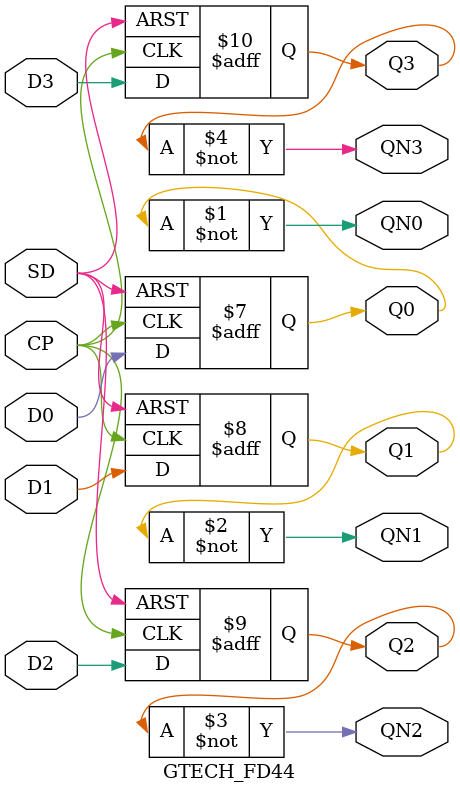
<source format=v>


module GTECH_FD44(D0,D1,D2,D3,CP,SD,Q0,Q1,Q2,Q3,QN0,QN1,QN2,QN3);

   input D0,D1,D2,D3,CP,SD;
   output Q0,Q1,Q2,Q3,QN0,QN1,QN2,QN3;
   reg Q0,Q1,Q2,Q3;

      assign QN0 = ~Q0;
      assign QN1 = ~Q1;
      assign QN2 = ~Q2;
      assign QN3 = ~Q3;

        always @(posedge CP or negedge SD)
        begin
            if (!SD)
             begin
                Q0 <= 1'b1;
                Q1 <= 1'b1;
                Q2 <= 1'b1;
                Q3 <= 1'b1;
              end
            else
             begin
                Q0 <= D0;
                Q1 <= D1;
                Q2 <= D2;
                Q3 <= D3;
             end
        end
endmodule


</source>
